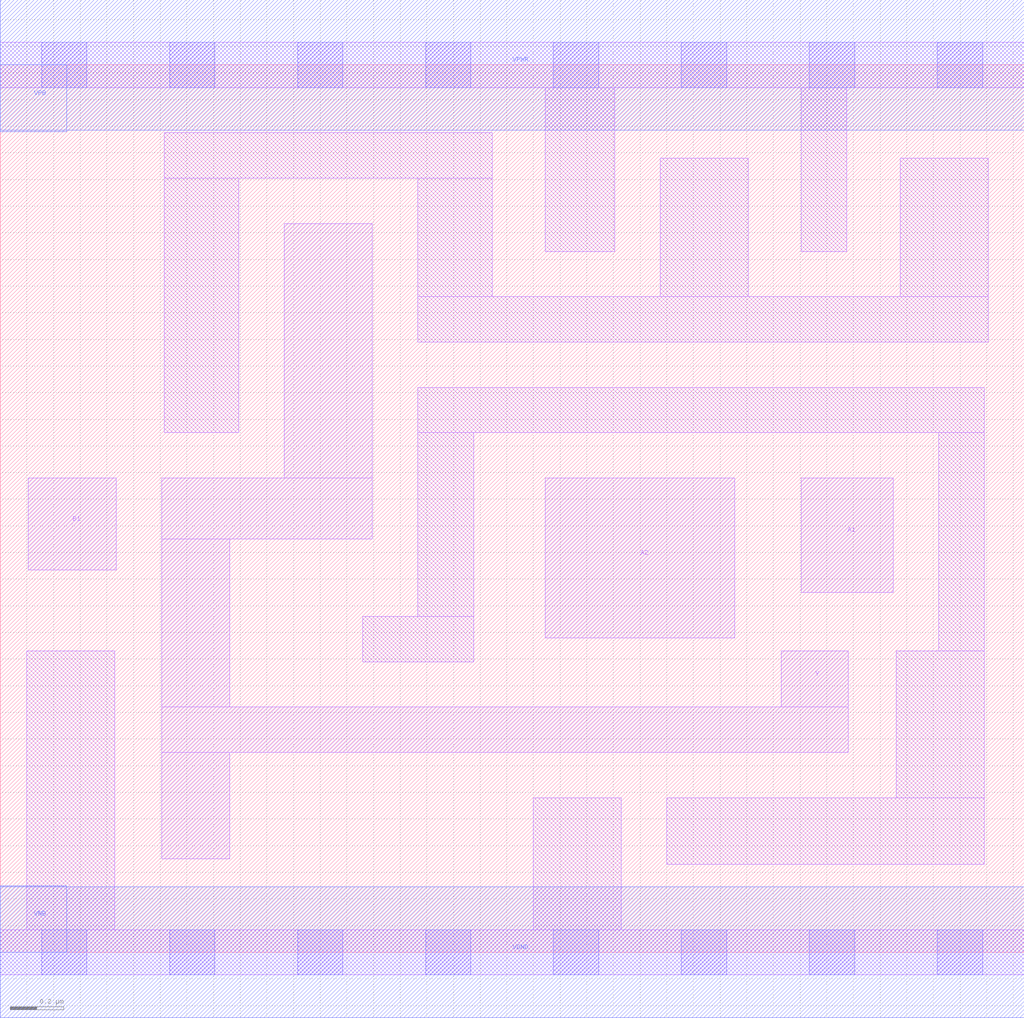
<source format=lef>
# Copyright 2020 The SkyWater PDK Authors
#
# Licensed under the Apache License, Version 2.0 (the "License");
# you may not use this file except in compliance with the License.
# You may obtain a copy of the License at
#
#     https://www.apache.org/licenses/LICENSE-2.0
#
# Unless required by applicable law or agreed to in writing, software
# distributed under the License is distributed on an "AS IS" BASIS,
# WITHOUT WARRANTIES OR CONDITIONS OF ANY KIND, either express or implied.
# See the License for the specific language governing permissions and
# limitations under the License.
#
# SPDX-License-Identifier: Apache-2.0

VERSION 5.5 ;
NAMESCASESENSITIVE ON ;
BUSBITCHARS "[]" ;
DIVIDERCHAR "/" ;
MACRO sky130_fd_sc_hs__a21oi_2
  CLASS CORE ;
  SOURCE USER ;
  ORIGIN  0.000000  0.000000 ;
  SIZE  3.840000 BY  3.330000 ;
  SYMMETRY X Y ;
  SITE unit ;
  PIN A1
    ANTENNAGATEAREA  0.558000 ;
    DIRECTION INPUT ;
    USE SIGNAL ;
    PORT
      LAYER li1 ;
        RECT 3.005000 1.350000 3.350000 1.780000 ;
    END
  END A1
  PIN A2
    ANTENNAGATEAREA  0.558000 ;
    DIRECTION INPUT ;
    USE SIGNAL ;
    PORT
      LAYER li1 ;
        RECT 2.045000 1.180000 2.755000 1.780000 ;
    END
  END A2
  PIN B1
    ANTENNAGATEAREA  0.447000 ;
    DIRECTION INPUT ;
    USE SIGNAL ;
    PORT
      LAYER li1 ;
        RECT 0.105000 1.435000 0.435000 1.780000 ;
    END
  END B1
  PIN Y
    ANTENNADIFFAREA  0.739300 ;
    DIRECTION OUTPUT ;
    USE SIGNAL ;
    PORT
      LAYER li1 ;
        RECT 0.605000 0.350000 0.860000 0.750000 ;
        RECT 0.605000 0.750000 3.180000 0.920000 ;
        RECT 0.605000 0.920000 0.860000 1.550000 ;
        RECT 0.605000 1.550000 1.395000 1.780000 ;
        RECT 1.065000 1.780000 1.395000 2.735000 ;
        RECT 2.930000 0.920000 3.180000 1.130000 ;
    END
  END Y
  PIN VGND
    DIRECTION INOUT ;
    USE GROUND ;
    PORT
      LAYER met1 ;
        RECT 0.000000 -0.245000 3.840000 0.245000 ;
    END
  END VGND
  PIN VNB
    DIRECTION INOUT ;
    USE GROUND ;
    PORT
      LAYER met1 ;
        RECT 0.000000 0.000000 0.250000 0.250000 ;
    END
  END VNB
  PIN VPB
    DIRECTION INOUT ;
    USE POWER ;
    PORT
      LAYER met1 ;
        RECT 0.000000 3.080000 0.250000 3.330000 ;
    END
  END VPB
  PIN VPWR
    DIRECTION INOUT ;
    USE POWER ;
    PORT
      LAYER met1 ;
        RECT 0.000000 3.085000 3.840000 3.575000 ;
    END
  END VPWR
  OBS
    LAYER li1 ;
      RECT 0.000000 -0.085000 3.840000 0.085000 ;
      RECT 0.000000  3.245000 3.840000 3.415000 ;
      RECT 0.100000  0.085000 0.430000 1.130000 ;
      RECT 0.615000  1.950000 0.895000 2.905000 ;
      RECT 0.615000  2.905000 1.845000 3.075000 ;
      RECT 1.360000  1.090000 1.775000 1.260000 ;
      RECT 1.565000  1.260000 1.775000 1.950000 ;
      RECT 1.565000  1.950000 3.690000 2.120000 ;
      RECT 1.565000  2.290000 3.705000 2.460000 ;
      RECT 1.565000  2.460000 1.845000 2.905000 ;
      RECT 2.000000  0.085000 2.330000 0.580000 ;
      RECT 2.045000  2.630000 2.305000 3.245000 ;
      RECT 2.475000  2.460000 2.805000 2.980000 ;
      RECT 2.500000  0.330000 3.690000 0.580000 ;
      RECT 3.005000  2.630000 3.175000 3.245000 ;
      RECT 3.360000  0.580000 3.690000 1.130000 ;
      RECT 3.375000  2.460000 3.705000 2.980000 ;
      RECT 3.520000  1.130000 3.690000 1.950000 ;
    LAYER mcon ;
      RECT 0.155000 -0.085000 0.325000 0.085000 ;
      RECT 0.155000  3.245000 0.325000 3.415000 ;
      RECT 0.635000 -0.085000 0.805000 0.085000 ;
      RECT 0.635000  3.245000 0.805000 3.415000 ;
      RECT 1.115000 -0.085000 1.285000 0.085000 ;
      RECT 1.115000  3.245000 1.285000 3.415000 ;
      RECT 1.595000 -0.085000 1.765000 0.085000 ;
      RECT 1.595000  3.245000 1.765000 3.415000 ;
      RECT 2.075000 -0.085000 2.245000 0.085000 ;
      RECT 2.075000  3.245000 2.245000 3.415000 ;
      RECT 2.555000 -0.085000 2.725000 0.085000 ;
      RECT 2.555000  3.245000 2.725000 3.415000 ;
      RECT 3.035000 -0.085000 3.205000 0.085000 ;
      RECT 3.035000  3.245000 3.205000 3.415000 ;
      RECT 3.515000 -0.085000 3.685000 0.085000 ;
      RECT 3.515000  3.245000 3.685000 3.415000 ;
  END
END sky130_fd_sc_hs__a21oi_2
END LIBRARY

</source>
